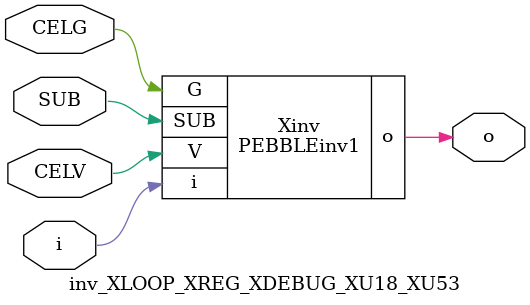
<source format=v>



module PEBBLEinv1 ( o, G, SUB, V, i );

  input V;
  input i;
  input G;
  output o;
  input SUB;
endmodule

//Celera Confidential Do Not Copy inv_XLOOP_XREG_XDEBUG_XU18_XU53
//Celera Confidential Symbol Generator
//5V Inverter
module inv_XLOOP_XREG_XDEBUG_XU18_XU53 (CELV,CELG,i,o,SUB);
input CELV;
input CELG;
input i;
input SUB;
output o;

//Celera Confidential Do Not Copy inv
PEBBLEinv1 Xinv(
.V (CELV),
.i (i),
.o (o),
.SUB (SUB),
.G (CELG)
);
//,diesize,PEBBLEinv1

//Celera Confidential Do Not Copy Module End
//Celera Schematic Generator
endmodule

</source>
